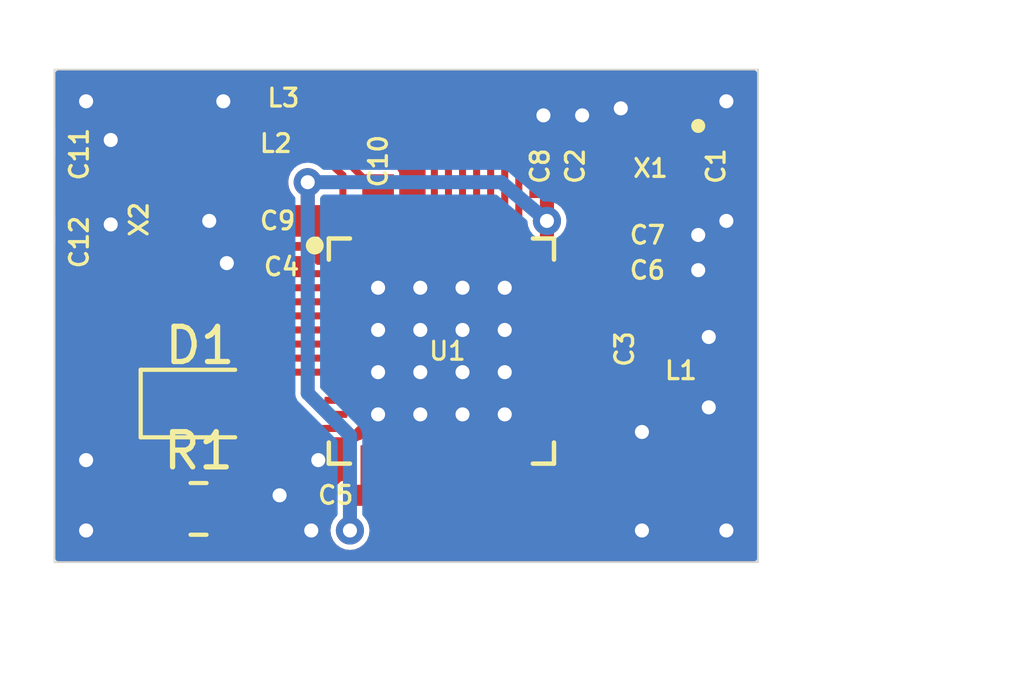
<source format=kicad_pcb>
(kicad_pcb (version 20221018) (generator pcbnew)
  (layers (0 "F.Cu" signal) (31 "B.Cu" signal) (34 "B.Paste" user) (35 "F.Paste" user) (36 "B.SilkS" user "B.Silkscreen") (37 "F.SilkS" user "F.Silkscreen") (38 "B.Mask" user) (39 "F.Mask" user) (44 "Edge.Cuts" user))
  (net 0 "")
  (net 1 "GND")
  (net 2 "Net-(U1-XC1@34)")
  (net 3 "Net-(U1-XC2@35)")
  (net 4 "Net-(U1-ANT@30)")
  (net 5 "/DEC1")
  (net 6 "VCC")
  (net 7 "/DEC2")
  (net 8 "/DEC3")
  (net 9 "/DEC4")
  (net 10 "/P0.00{slash}XL1")
  (net 11 "/P0.01{slash}XL2")
  (net 12 "/RF")
  (net 13 "Net-(L2-Pad2)")
  (net 14 "Net-(U1-DCC@47)")
  (net 16 "/P0.31")
  (net 17 "/P0.30")
  (net 18 "/P0.29")
  (net 19 "/P0.28")
  (net 20 "/P0.27")
  (net 21 "/P0.26")
  (net 22 "/P0.25")
  (net 23 "/P0.24")
  (net 24 "/P0.23")
  (net 25 "/P0.22")
  (net 26 "/SWDIO")
  (net 27 "/SWDCLK")
  (net 28 "/P0.21{slash}RESET")
  (net 29 "/P0.20")
  (net 30 "/P0.19")
  (net 31 "/P0.18{slash}SWO")
  (net 32 "/P0.17")
  (net 33 "/P0.16")
  (net 34 "/P0.15")
  (net 35 "/P0.14")
  (net 36 "/P0.13")
  (net 37 "/P0.12")
  (net 38 "/P0.11")
  (net 39 "/P0.10")
  (net 40 "/P0.09")
  (net 41 "/P0.08")
  (net 42 "/P0.07")
  (net 43 "/P0.06")
  (net 44 "/P0.05")
  (net 45 "/P0.04")
  (net 46 "/P0.03")
  (net 47 "/P0.02")
  (net 48 "Net-(D1-A)")
  (footprint "nRF52832_qfaa_dcdc:RESC0402_N" (layer "F.Cu") (at 144.9011 98.8036)
    (fp_text reference "L3" (at -0.4 0.3) (layer "F.SilkS") (effects (font (size 0.506528 0.506528) (thickness 0.093472)) (justify left bottom)))
    (fp_text value "15nH")
    (pad "1" smd rect (at -0.55 0) (size 0.6 0.6) (layers "F.Cu" "F.Paste" "F.Mask") (net 13 "Net-(L2-Pad2)"))
    (pad "2" smd rect (at 0.55 0) (size 0.6 0.6) (layers "F.Cu" "F.Paste" "F.Mask") (net 9 "/DEC4"))
  )
  (footprint "nRF52832_qfaa_dcdc:RESC0402_N" (layer "F.Cu") (at 156.3011 106.5536)
    (fp_text reference "L1" (at -0.5 0.3) (layer "F.SilkS") (effects (font (size 0.506528 0.506528) (thickness 0.093472)) (justify left bottom)))
    (fp_text value "3.9nH")
    (pad "1" smd rect (at -0.55 0) (size 0.6 0.6) (layers "F.Cu" "F.Paste" "F.Mask") (net 4 "Net-(U1-ANT@30)"))
    (pad "2" smd rect (at 0.55 0) (size 0.6 0.6) (layers "F.Cu" "F.Paste" "F.Mask") (net 12 "/RF"))
  )
  (footprint "nRF52832_qfaa_dcdc:RESC0402_N" (layer "F.Cu") (at 153.3011 100.8036 90)
    (fp_text reference "C2" (at -0.5 0.3 90) (layer "F.SilkS") (effects (font (size 0.506528 0.506528) (thickness 0.093472)) (justify left bottom)))
    (fp_text value "12pF")
    (pad "1" smd rect (at -0.55 0 90) (size 0.6 0.6) (layers "F.Cu" "F.Paste" "F.Mask") (net 3 "Net-(U1-XC2@35)"))
    (pad "2" smd rect (at 0.55 0 90) (size 0.6 0.6) (layers "F.Cu" "F.Paste" "F.Mask") (net 1 "GND"))
  )
  (footprint "nRF52832_qfaa_dcdc:RESC0402_N" (layer "F.Cu") (at 155.3011 103.7036)
    (fp_text reference "C6" (at -0.5 0.3) (layer "F.SilkS") (effects (font (size 0.506528 0.506528) (thickness 0.093472)) (justify left bottom)))
    (fp_text value "N.M.")
    (pad "1" smd rect (at -0.55 0) (size 0.6 0.6) (layers "F.Cu" "F.Paste" "F.Mask") (net 7 "/DEC2"))
    (pad "2" smd rect (at 0.55 0) (size 0.6 0.6) (layers "F.Cu" "F.Paste" "F.Mask") (net 1 "GND"))
  )
  (footprint "nRF52832_qfaa_dcdc:RESC0603_N" (layer "F.Cu") (at 144.9011 100.1036 180)
    (fp_text reference "L2" (at -0.4 0.3) (layer "F.SilkS") (effects (font (size 0.506528 0.506528) (thickness 0.093472)) (justify right top)))
    (fp_text value "10µH")
    (pad "1" smd rect (at -0.8 0 180) (size 1.05 0.9) (layers "F.Cu" "F.Paste" "F.Mask") (net 14 "Net-(U1-DCC@47)"))
    (pad "2" smd rect (at 0.8 0 180) (size 1.05 0.9) (layers "F.Cu" "F.Paste" "F.Mask") (net 13 "Net-(L2-Pad2)"))
  )
  (footprint "nRF52832_qfaa_dcdc:QFN40P600X600X90-48_N" (layer "F.Cu") (at 149.5011 106.0036)
    (fp_text reference "U1" (at -0.4 0.3) (layer "F.SilkS") (effects (font (size 0.512967 0.512967) (thickness 0.087033)) (justify left bottom)))
    (fp_text value "NRF52832")
    (fp_line (start -3.2 -3.2) (end -3.2 -2.6) (stroke (width 0.127)) (layer "F.SilkS"))
    (fp_line (start -3.2 2.6) (end -3.2 3.2) (stroke (width 0.127)) (layer "F.SilkS"))
    (fp_line (start -3.2 3.2) (end -2.6 3.2) (stroke (width 0.127)) (layer "F.SilkS"))
    (fp_line (start -2.6 -3.2) (end -3.2 -3.2) (stroke (width 0.127)) (layer "F.SilkS"))
    (fp_line (start 2.6 3.2) (end 3.2 3.2) (stroke (width 0.127)) (layer "F.SilkS"))
    (fp_line (start 3.2 -3.2) (end 2.6 -3.2) (stroke (width 0.127)) (layer "F.SilkS"))
    (fp_line (start 3.2 -2.6) (end 3.2 -3.2) (stroke (width 0.127)) (layer "F.SilkS"))
    (fp_line (start 3.2 3.2) (end 3.2 2.6) (stroke (width 0.127)) (layer "F.SilkS"))
    (fp_circle (center -3.6 -3) (end -3.473 -3) (stroke (width 0.254)) (fill solid) (layer "F.SilkS"))
    (pad "1" smd roundrect (at -3 -2.2) (size 0.65 0.2) (layers "F.Cu" "F.Paste" "F.Mask") (roundrect_rratio 0.15) (net 5 "/DEC1"))
    (pad "2" smd roundrect (at -3 -1.8) (size 0.65 0.2) (layers "F.Cu" "F.Paste" "F.Mask") (roundrect_rratio 0.15) (net 10 "/P0.00{slash}XL1"))
    (pad "3" smd roundrect (at -3 -1.4) (size 0.65 0.2) (layers "F.Cu" "F.Paste" "F.Mask") (roundrect_rratio 0.15) (net 11 "/P0.01{slash}XL2"))
    (pad "4" smd roundrect (at -3 -1) (size 0.65 0.2) (layers "F.Cu" "F.Paste" "F.Mask") (roundrect_rratio 0.15) (net 47 "/P0.02"))
    (pad "5" smd roundrect (at -3 -0.6) (size 0.65 0.2) (layers "F.Cu" "F.Paste" "F.Mask") (roundrect_rratio 0.15) (net 46 "/P0.03"))
    (pad "6" smd roundrect (at -3 -0.2) (size 0.65 0.2) (layers "F.Cu" "F.Paste" "F.Mask") (roundrect_rratio 0.15) (net 45 "/P0.04"))
    (pad "7" smd roundrect (at -3 0.2) (size 0.65 0.2) (layers "F.Cu" "F.Paste" "F.Mask") (roundrect_rratio 0.15) (net 44 "/P0.05"))
    (pad "8" smd roundrect (at -3 0.6) (size 0.65 0.2) (layers "F.Cu" "F.Paste" "F.Mask") (roundrect_rratio 0.15) (net 43 "/P0.06"))
    (pad "9" smd roundrect (at -3 1) (size 0.65 0.2) (layers "F.Cu" "F.Paste" "F.Mask") (roundrect_rratio 0.15) (net 42 "/P0.07"))
    (pad "10" smd roundrect (at -3 1.4) (size 0.65 0.2) (layers "F.Cu" "F.Paste" "F.Mask") (roundrect_rratio 0.15) (net 41 "/P0.08"))
    (pad "11" smd roundrect (at -3 1.8) (size 0.65 0.2) (layers "F.Cu" "F.Paste" "F.Mask") (roundrect_rratio 0.15) (net 40 "/P0.09"))
    (pad "12" smd roundrect (at -3 2.2) (size 0.65 0.2) (layers "F.Cu" "F.Paste" "F.Mask") (roundrect_rratio 0.15) (net 39 "/P0.10"))
    (pad "13" smd roundrect (at -2.2 3 90) (size 0.65 0.2) (layers "F.Cu" "F.Paste" "F.Mask") (roundrect_rratio 0.15) (net 6 "VCC"))
    (pad "14" smd roundrect (at -1.8 3 90) (size 0.65 0.2) (layers "F.Cu" "F.Paste" "F.Mask") (roundrect_rratio 0.15) (net 38 "/P0.11"))
    (pad "15" smd roundrect (at -1.4 3 90) (size 0.65 0.2) (layers "F.Cu" "F.Paste" "F.Mask") (roundrect_rratio 0.15) (net 37 "/P0.12"))
    (pad "16" smd roundrect (at -1 3 90) (size 0.65 0.2) (layers "F.Cu" "F.Paste" "F.Mask") (roundrect_rratio 0.15) (net 36 "/P0.13"))
    (pad "17" smd roundrect (at -0.6 3 90) (size 0.65 0.2) (layers "F.Cu" "F.Paste" "F.Mask") (roundrect_rratio 0.15) (net 35 "/P0.14"))
    (pad "18" smd roundrect (at -0.2 3 90) (size 0.65 0.2) (layers "F.Cu" "F.Paste" "F.Mask") (roundrect_rratio 0.15) (net 34 "/P0.15"))
    (pad "19" smd roundrect (at 0.2 3 90) (size 0.65 0.2) (layers "F.Cu" "F.Paste" "F.Mask") (roundrect_rratio 0.15) (net 33 "/P0.16"))
    (pad "20" smd roundrect (at 0.6 3 90) (size 0.65 0.2) (layers "F.Cu" "F.Paste" "F.Mask") (roundrect_rratio 0.15) (net 32 "/P0.17"))
    (pad "21" smd roundrect (at 1 3 90) (size 0.65 0.2) (layers "F.Cu" "F.Paste" "F.Mask") (roundrect_rratio 0.15) (net 31 "/P0.18{slash}SWO"))
    (pad "22" smd roundrect (at 1.4 3 90) (size 0.65 0.2) (layers "F.Cu" "F.Paste" "F.Mask") (roundrect_rratio 0.15) (net 30 "/P0.19"))
    (pad "23" smd roundrect (at 1.8 3 90) (size 0.65 0.2) (layers "F.Cu" "F.Paste" "F.Mask") (roundrect_rratio 0.15) (net 29 "/P0.20"))
    (pad "24" smd roundrect (at 2.2 3 90) (size 0.65 0.2) (layers "F.Cu" "F.Paste" "F.Mask") (roundrect_rratio 0.15) (net 28 "/P0.21{slash}RESET"))
    (pad "25" smd roundrect (at 3 2.2 180) (size 0.65 0.2) (layers "F.Cu" "F.Paste" "F.Mask") (roundrect_rratio 0.15) (net 27 "/SWDCLK"))
    (pad "26" smd roundrect (at 3 1.8 180) (size 0.65 0.2) (layers "F.Cu" "F.Paste" "F.Mask") (roundrect_rratio 0.15) (net 26 "/SWDIO"))
    (pad "27" smd roundrect (at 3 1.4 180) (size 0.65 0.2) (layers "F.Cu" "F.Paste" "F.Mask") (roundrect_rratio 0.15) (net 25 "/P0.22"))
    (pad "28" smd roundrect (at 3 1 180) (size 0.65 0.2) (layers "F.Cu" "F.Paste" "F.Mask") (roundrect_rratio 0.15) (net 24 "/P0.23"))
    (pad "29" smd roundrect (at 3 0.6 180) (size 0.65 0.2) (layers "F.Cu" "F.Paste" "F.Mask") (roundrect_rratio 0.15) (net 23 "/P0.24"))
    (pad "30" smd roundrect (at 3 0.2 180) (size 0.65 0.2) (layers "F.Cu" "F.Paste" "F.Mask") (roundrect_rratio 0.15) (net 4 "Net-(U1-ANT@30)"))
    (pad "31" smd roundrect (at 3 -0.2 180) (size 0.65 0.2) (layers "F.Cu" "F.Paste" "F.Mask") (roundrect_rratio 0.15) (net 1 "GND"))
    (pad "32" smd roundrect (at 3 -0.6 180) (size 0.65 0.2) (layers "F.Cu" "F.Paste" "F.Mask") (roundrect_rratio 0.15) (net 7 "/DEC2"))
    (pad "33" smd roundrect (at 3 -1 180) (size 0.65 0.2) (layers "F.Cu" "F.Paste" "F.Mask") (roundrect_rratio 0.15) (net 8 "/DEC3"))
    (pad "34" smd roundrect (at 3 -1.4 180) (size 0.65 0.2) (layers "F.Cu" "F.Paste" "F.Mask") (roundrect_rratio 0.15) (net 2 "Net-(U1-XC1@34)"))
    (pad "35" smd roundrect (at 3 -1.8 180) (size 0.65 0.2) (layers "F.Cu" "F.Paste" "F.Mask") (roundrect_rratio 0.15) (net 3 "Net-(U1-XC2@35)"))
    (pad "36" smd roundrect (at 3 -2.2 180) (size 0.65 0.2) (layers "F.Cu" "F.Paste" "F.Mask") (roundrect_rratio 0.15) (net 6 "VCC"))
    (pad "37" smd roundrect (at 2.2 -3 270) (size 0.65 0.2) (layers "F.Cu" "F.Paste" "F.Mask") (roundrect_rratio 0.15) (net 22 "/P0.25"))
    (pad "38" smd roundrect (at 1.8 -3 270) (size 0.65 0.2) (layers "F.Cu" "F.Paste" "F.Mask") (roundrect_rratio 0.15) (net 21 "/P0.26"))
    (pad "39" smd roundrect (at 1.4 -3 270) (size 0.65 0.2) (layers "F.Cu" "F.Paste" "F.Mask") (roundrect_rratio 0.15) (net 20 "/P0.27"))
    (pad "40" smd roundrect (at 1 -3 270) (size 0.65 0.2) (layers "F.Cu" "F.Paste" "F.Mask") (roundrect_rratio 0.15) (net 19 "/P0.28"))
    (pad "41" smd roundrect (at 0.6 -3 270) (size 0.65 0.2) (layers "F.Cu" "F.Paste" "F.Mask") (roundrect_rratio 0.15) (net 18 "/P0.29"))
    (pad "42" smd roundrect (at 0.2 -3 270) (size 0.65 0.2) (layers "F.Cu" "F.Paste" "F.Mask") (roundrect_rratio 0.15) (net 17 "/P0.30"))
    (pad "43" smd roundrect (at -0.2 -3 270) (size 0.65 0.2) (layers "F.Cu" "F.Paste" "F.Mask") (roundrect_rratio 0.15) (net 16 "/P0.31"))
    (pad "44" smd roundrect (at -0.6 -3 270) (size 0.65 0.2) (layers "F.Cu" "F.Paste" "F.Mask") (roundrect_rratio 0.15))
    (pad "45" smd roundrect (at -1 -3 270) (size 0.65 0.2) (layers "F.Cu" "F.Paste" "F.Mask") (roundrect_rratio 0.15) (net 1 "GND"))
    (pad "46" smd roundrect (at -1.4 -3 270) (size 0.65 0.2) (layers "F.Cu" "F.Paste" "F.Mask") (roundrect_rratio 0.15) (net 9 "/DEC4"))
    (pad "47" smd roundrect (at -1.8 -3 270) (size 0.65 0.2) (layers "F.Cu" "F.Paste" "F.Mask") (roundrect_rratio 0.15) (net 14 "Net-(U1-DCC@47)"))
    (pad "48" smd roundrect (at -2.2 -3 270) (size 0.65 0.2) (layers "F.Cu" "F.Paste" "F.Mask") (roundrect_rratio 0.15) (net 6 "VCC"))
    (pad "PAD" smd rect (at 0 0 270) (size 4.7 4.7) (layers "F.Cu" "F.Paste" "F.Mask") (net 1 "GND"))
    (pad "PAD@VIA01" thru_hole circle (at -1.8 -1.8 180) (size 0.908 0.908) (drill 0.4) (layers "*.Cu" "*.Mask") (net 1 "GND"))
    (pad "PAD@VIA02" thru_hole circle (at -1.8 -0.6 90) (size 0.908 0.908) (drill 0.4) (layers "*.Cu" "*.Mask") (net 1 "GND"))
    (pad "PAD@VIA03" thru_hole circle (at -1.8 0.6 90) (size 0.908 0.908) (drill 0.4) (layers "*.Cu" "*.Mask") (net 1 "GND"))
    (pad "PAD@VIA04" thru_hole circle (at -1.8 1.8 90) (size 0.908 0.908) (drill 0.4) (layers "*.Cu" "*.Mask") (net 1 "GND"))
    (pad "PAD@VIA05" thru_hole circle (at -0.6 -1.8 90) (size 0.908 0.908) (drill 0.4) (layers "*.Cu" "*.Mask") (net 1 "GND"))
    (pad "PAD@VIA06" thru_hole circle (at -0.6 -0.6 90) (size 0.908 0.908) (drill 0.4) (layers "*.Cu" "*.Mask") (net 1 "GND"))
    (pad "PAD@VIA07" thru_hole circle (at -0.6 0.6 90) (size 0.908 0.908) (drill 0.4) (layers "*.Cu" "*.Mask") (net 1 "GND"))
    (pad "PAD@VIA08" thru_hole circle (at -0.6 1.8 90) (size 0.908 0.908) (drill 0.4) (layers "*.Cu" "*.Mask") (net 1 "GND"))
    (pad "PAD@VIA09" thru_hole circle (at 0.6 -1.8 90) (size 0.908 0.908) (drill 0.4) (layers "*.Cu" "*.Mask") (net 1 "GND"))
    (pad "PAD@VIA10" thru_hole circle (at 0.6 -0.6 90) (size 0.908 0.908) (drill 0.4) (layers "*.Cu" "*.Mask") (net 1 "GND"))
    (pad "PAD@VIA11" thru_hole circle (at 0.6 0.6 90) (size 0.908 0.908) (drill 0.4) (layers "*.Cu" "*.Mask") (net 1 "GND"))
    (pad "PAD@VIA12" thru_hole circle (at 0.6 1.8 90) (size 0.908 0.908) (drill 0.4) (layers "*.Cu" "*.Mask") (net 1 "GND"))
    (pad "PAD@VIA13" thru_hole circle (at 1.8 -1.8 90) (size 0.908 0.908) (drill 0.4) (layers "*.Cu" "*.Mask") (net 1 "GND"))
    (pad "PAD@VIA14" thru_hole circle (at 1.8 -0.6 90) (size 0.908 0.908) (drill 0.4) (layers "*.Cu" "*.Mask") (net 1 "GND"))
    (pad "PAD@VIA15" thru_hole circle (at 1.8 0.6 90) (size 0.908 0.908) (drill 0.4) (layers "*.Cu" "*.Mask") (net 1 "GND"))
    (pad "PAD@VIA16" thru_hole circle (at 1.8 1.8 90) (size 0.908 0.908) (drill 0.4) (layers "*.Cu" "*.Mask") (net 1 "GND"))
  )
  (footprint "nRF52832_qfaa_dcdc:RESC0603_N" (layer "F.Cu") (at 147.7011 100.7036 90)
    (fp_text reference "C10" (at -0.7 0.3 90) (layer "F.SilkS") (effects (font (size 0.506528 0.506528) (thickness 0.093472)) (justify left bottom)))
    (fp_text value "1.0µF")
    (pad "1" smd rect (at -0.8 0 90) (size 1.05 0.9) (layers "F.Cu" "F.Paste" "F.Mask") (net 9 "/DEC4"))
    (pad "2" smd rect (at 0.8 0 90) (size 1.05 0.9) (layers "F.Cu" "F.Paste" "F.Mask") (net 1 "GND"))
  )
  (footprint "nRF52832_qfaa_dcdc:RESC0402_N" (layer "F.Cu") (at 152.3011 100.8036 90)
    (fp_text reference "C8" (at -0.5 0.3 90) (layer "F.SilkS") (effects (font (size 0.506528 0.506528) (thickness 0.093472)) (justify left bottom)))
    (fp_text value "100nF")
    (pad "1" smd rect (at -0.55 0 90) (size 0.6 0.6) (layers "F.Cu" "F.Paste" "F.Mask") (net 6 "VCC"))
    (pad "2" smd rect (at 0.55 0 90) (size 0.6 0.6) (layers "F.Cu" "F.Paste" "F.Mask") (net 1 "GND"))
  )
  (footprint "nRF52832_qfaa_dcdc:RESC0402_N" (layer "F.Cu") (at 155.3011 102.7036)
    (fp_text reference "C7" (at -0.5 0.3) (layer "F.SilkS") (effects (font (size 0.506528 0.506528) (thickness 0.093472)) (justify left bottom)))
    (fp_text value "100pF")
    (pad "1" smd rect (at -0.55 0) (size 0.6 0.6) (layers "F.Cu" "F.Paste" "F.Mask") (net 8 "/DEC3"))
    (pad "2" smd rect (at 0.55 0) (size 0.6 0.6) (layers "F.Cu" "F.Paste" "F.Mask") (net 1 "GND"))
  )
  (footprint "Resistor_SMD:R_0805_2012Metric" (layer "F.Cu") (at 142.5975 110.49)
    (fp_text reference "R1" (at 0 -1.65) (layer "F.SilkS"))
    (fp_text value "330")
    (fp_line (start -0.227064 -0.735) (end 0.227064 -0.735) (stroke (width 0.12)) (layer "F.SilkS"))
    (fp_line (start -0.227064 0.735) (end 0.227064 0.735) (stroke (width 0.12)) (layer "F.SilkS"))
    (pad "1" smd roundrect (at -0.9125 0) (size 1.025 1.4) (layers "F.Cu" "F.Paste" "F.Mask") (roundrect_rratio 0.243902439) (net 48 "Net-(D1-A)"))
    (pad "2" smd roundrect (at 0.9125 0) (size 1.025 1.4) (layers "F.Cu" "F.Paste" "F.Mask") (roundrect_rratio 0.243902439) (net 39 "/P0.10"))
  )
  (footprint "nRF52832_qfaa_dcdc:RESC0402_N" (layer "F.Cu") (at 144.9011 103.6036 180)
    (fp_text reference "C4" (at 0.5 -0.3) (layer "F.SilkS") (effects (font (size 0.506528 0.506528) (thickness 0.093472)) (justify left bottom)))
    (fp_text value "100nF")
    (pad "1" smd rect (at -0.55 0 180) (size 0.6 0.6) (layers "F.Cu" "F.Paste" "F.Mask") (net 5 "/DEC1"))
    (pad "2" smd rect (at 0.55 0 180) (size 0.6 0.6) (layers "F.Cu" "F.Paste" "F.Mask") (net 1 "GND"))
  )
  (footprint "nRF52832_qfaa_dcdc:RESC0402_N" (layer "F.Cu") (at 154.7011 106.0036 90)
    (fp_text reference "C3" (at -0.5 0.3 90) (layer "F.SilkS") (effects (font (size 0.506528 0.506528) (thickness 0.093472)) (justify left bottom)))
    (fp_text value "0.8pF")
    (pad "1" smd rect (at -0.55 0 90) (size 0.6 0.6) (layers "F.Cu" "F.Paste" "F.Mask") (net 4 "Net-(U1-ANT@30)"))
    (pad "2" smd rect (at 0.55 0 90) (size 0.6 0.6) (layers "F.Cu" "F.Paste" "F.Mask") (net 1 "GND"))
  )
  (footprint "nRF52832_qfaa_dcdc:XTAL_3215_N" (layer "F.Cu") (at 140.9011 102.4036 -90)
    (fp_text reference "X2" (at 0.4 -0.3 90) (layer "F.SilkS") (effects (font (size 0.506528 0.506528) (thickness 0.093472)) (justify left bottom)))
    (fp_text value "32.768kHz")
    (pad "1" smd rect (at -1.25 0 270) (size 1 1.8) (layers "F.Cu" "F.Paste" "F.Mask") (net 10 "/P0.00{slash}XL1"))
    (pad "2" smd rect (at 1.25 0 270) (size 1 1.8) (layers "F.Cu" "F.Paste" "F.Mask") (net 11 "/P0.01{slash}XL2"))
  )
  (footprint "nRF52832_qfaa_dcdc:BT-XTAL_2016_N" (layer "F.Cu") (at 155.3011 100.8036 180)
    (fp_text reference "X1" (at 0.4 -0.3) (layer "F.SilkS") (effects (font (size 0.506528 0.506528) (thickness 0.093472)) (justify left bottom)))
    (fp_text value "32MHz")
    (fp_circle (center -1.5 1.2) (end -1.4 1.2) (stroke (width 0.2)) (fill none) (layer "F.SilkS"))
    (pad "1" smd rect (at -0.725 0.575 180) (size 0.95 0.85) (layers "F.Cu" "F.Paste" "F.Mask") (net 2 "Net-(U1-XC1@34)"))
    (pad "2" smd rect (at 0.725 0.575 180) (size 0.95 0.85) (layers "F.Cu" "F.Paste" "F.Mask") (net 1 "GND"))
    (pad "3" smd rect (at 0.725 -0.575 180) (size 0.95 0.85) (layers "F.Cu" "F.Paste" "F.Mask") (net 3 "Net-(U1-XC2@35)"))
    (pad "4" smd rect (at -0.725 -0.575 180) (size 0.95 0.85) (layers "F.Cu" "F.Paste" "F.Mask") (net 1 "GND"))
  )
  (footprint "nRF52832_qfaa_dcdc:RESC0402_N" (layer "F.Cu") (at 139.2011 103.1036 -90)
    (fp_text reference "C12" (at 0.6 -0.3 90) (layer "F.SilkS") (effects (font (size 0.506528 0.506528) (thickness 0.093472)) (justify left bottom)))
    (fp_text value "12pF")
    (pad "1" smd rect (at -0.55 0 270) (size 0.6 0.6) (layers "F.Cu" "F.Paste" "F.Mask") (net 1 "GND"))
    (pad "2" smd rect (at 0.55 0 270) (size 0.6 0.6) (layers "F.Cu" "F.Paste" "F.Mask") (net 11 "/P0.01{slash}XL2"))
  )
  (footprint "nRF52832_qfaa_dcdc:RESC0402_N" (layer "F.Cu") (at 157.3011 100.8036 -90)
    (fp_text reference "C1" (at 0.5 -0.3 90) (layer "F.SilkS") (effects (font (size 0.506528 0.506528) (thickness 0.093472)) (justify left bottom)))
    (fp_text value "12pF")
    (pad "1" smd rect (at -0.55 0 270) (size 0.6 0.6) (layers "F.Cu" "F.Paste" "F.Mask") (net 2 "Net-(U1-XC1@34)"))
    (pad "2" smd rect (at 0.55 0 270) (size 0.6 0.6) (layers "F.Cu" "F.Paste" "F.Mask") (net 1 "GND"))
  )
  (footprint "nRF52832_qfaa_dcdc:RESC0402_N" (layer "F.Cu") (at 139.2011 100.6036 -90)
    (fp_text reference "C11" (at 0.6 -0.3 90) (layer "F.SilkS") (effects (font (size 0.506528 0.506528) (thickness 0.093472)) (justify left bottom)))
    (fp_text value "12pF")
    (pad "1" smd rect (at -0.55 0 270) (size 0.6 0.6) (layers "F.Cu" "F.Paste" "F.Mask") (net 1 "GND"))
    (pad "2" smd rect (at 0.55 0 270) (size 0.6 0.6) (layers "F.Cu" "F.Paste" "F.Mask") (net 10 "/P0.00{slash}XL1"))
  )
  (footprint "nRF52832_qfaa_dcdc:RESC0402_N" (layer "F.Cu") (at 146.5511 110.1036 180)
    (fp_text reference "C5" (at -0.500003 0.300003) (layer "F.SilkS") (effects (font (size 0.506528 0.506528) (thickness 0.093472)) (justify right top)))
    (fp_text value "100nF")
    (pad "1" smd rect (at -0.55 0 180) (size 0.6 0.6) (layers "F.Cu" "F.Paste" "F.Mask") (net 6 "VCC"))
    (pad "2" smd rect (at 0.55 0 180) (size 0.6 0.6) (layers "F.Cu" "F.Paste" "F.Mask") (net 1 "GND"))
  )
  (footprint "Diode_SMD:D_0805_2012Metric" (layer "F.Cu") (at 142.6375 107.495)
    (fp_text reference "D1" (at 0 -1.65) (layer "F.SilkS"))
    (fp_text value "LED")
    (fp_line (start -1.685 -0.96) (end -1.685 0.96) (stroke (width 0.12)) (layer "F.SilkS"))
    (fp_line (start -1.685 0.96) (end 1 0.96) (stroke (width 0.12)) (layer "F.SilkS"))
    (fp_line (start 1 -0.96) (end -1.685 -0.96) (stroke (width 0.12)) (layer "F.SilkS"))
    (pad "1" smd roundrect (at -0.9375 0) (size 0.975 1.4) (layers "F.Cu" "F.Paste" "F.Mask") (net 1 "GND"))
    (pad "2" smd roundrect (at 0.9375 0) (size 0.975 1.4) (layers "F.Cu" "F.Paste" "F.Mask") (net 48 "Net-(D1-A)"))
  )
  (footprint "nRF52832_qfaa_dcdc:RESC0603_N" (layer "F.Cu") (at 144.9011 102.3036 180)
    (fp_text reference "C9" (at -0.5 0.3) (layer "F.SilkS") (effects (font (size 0.506528 0.506528) (thickness 0.093472)) (justify right top)))
    (fp_text value "4.7µF")
    (pad "1" smd rect (at -0.8 0 180) (size 1.05 0.9) (layers "F.Cu" "F.Paste" "F.Mask") (net 6 "VCC"))
    (pad "2" smd rect (at 0.8 0 180) (size 1.05 0.9) (layers "F.Cu" "F.Paste" "F.Mask") (net 1 "GND"))
  )
  (gr_line (start 138.5011 112.0036) (end 158.5011 112.0036) (stroke (width 0.05)) (layer "Edge.Cuts"))
  (gr_line (start 138.5011 98.0036) (end 138.5011 112.0036) (stroke (width 0.05)) (layer "Edge.Cuts"))
  (gr_line (start 158.5011 98.0036) (end 138.5011 98.0036) (stroke (width 0.05)) (layer "Edge.Cuts"))
  (gr_line (start 158.5011 112.0036) (end 158.5011 98.0036) (stroke (width 0.05)) (layer "Edge.Cuts"))
  (segment (start 148.9011 105.4036) (end 150.1011 105.4036) (width 0.2) (layer "F.Cu") (net 1))
  (segment (start 151.3511 105.8136) (end 151.3511 105.8136) (width 0.2) (layer "F.Cu") (net 1))
  (segment (start 151.3511 106.2136) (end 151.3511 106.2136) (width 0.2) (layer "F.Cu") (net 1))
  (segment (start 154.5511 100.2536) (end 154.5761 100.2286) (width 0.2) (layer "F.Cu") (net 1))
  (segment (start 151.276784 105.727209) (end 151.241186 105.618955) (width 0.2) (layer "F.Cu") (net 1))
  (segment (start 148.9011 106.6036) (end 150.1011 106.6036) (width 0.2) (layer "F.Cu") (net 1))
  (segment (start 153.3011 100.2536) (end 154.5511 100.2536) (width 0.2) (layer "F.Cu") (net 1))
  (segment (start 151.3011 106.6036) (end 151.3011 107.8036) (width 0.2) (layer "F.Cu") (net 1))
  (segment (start 148.981485 105.7036) (end 149.076836 105.827864) (width 0.2) (layer "F.Cu") (net 1))
  (segment (start 151.3011 107.8036) (end 150.1011 107.8036) (width 0.2) (layer "F.Cu") (net 1))
  (segment (start 147.7011 106.6036) (end 148.9011 106.6036) (width 0.2) (layer "F.Cu") (net 1))
  (segment (start 149.076836 105.827864) (end 149.2011 105.923215) (width 0.2) (layer "F.Cu") (net 1))
  (segment (start 147.7011 107.8036) (end 147.7011 106.6036) (width 0.2) (layer "F.Cu") (net 1))
  (segment (start 147.7011 105.4036) (end 148.9011 105.4036) (width 0.2) (layer "F.Cu") (net 1))
  (segment (start 150.1011 106.6036) (end 151.3011 106.6036) (width 0.2) (layer "F.Cu") (net 1))
  (segment (start 148.5511 104.0136) (end 148.602267 104.110835) (width 0.2) (layer "F.Cu") (net 1))
  (segment (start 152.5011 105.8036) (end 151.3511 105.8136) (width 0.2) (layer "F.Cu") (net 1))
  (segment (start 157.3011 101.3536) (end 156.0511 101.3536) (width 0.2) (layer "F.Cu") (net 1))
  (segment (start 148.5011 103.0036) (end 148.5011 104.2036) (width 0.2) (layer "F.Cu") (net 1))
  (segment (start 144.3511 102.5536) (end 144.1011 102.3036) (width 0.2) (layer "F.Cu") (net 1))
  (segment (start 151.406872 106.418955) (end 151.3011 106.6036) (width 0.2) (layer "F.Cu") (net 1))
  (segment (start 151.39941 106.310731) (end 151.406872 106.418955) (width 0.2) (layer "F.Cu") (net 1))
  (segment (start 151.241186 105.618955) (end 151.3011 105.4036) (width 0.2) (layer "F.Cu") (net 1))
  (segment (start 148.5511 104.0136) (end 148.5511 104.0136) (width 0.2) (layer "F.Cu") (net 1))
  (segment (start 151.3011 104.2036) (end 151.3011 105.4036) (width 0.2) (layer "F.Cu") (net 1))
  (segment (start 154.3511 105.8036) (end 154.7011 105.4536) (width 0.2) (layer "F.Cu") (net 1))
  (segment (start 149.345809 105.983155) (end 149.5011 106.0036) (width 0.2) (layer "F.Cu") (net 1))
  (segment (start 147.7011 104.2036) (end 148.5011 104.2036) (width 0.2) (layer "F.Cu") (net 1))
  (segment (start 149.2011 105.923215) (end 149.345809 105.983155) (width 0.2) (layer "F.Cu") (net 1))
  (segment (start 148.9011 105.4036) (end 148.9011 105.4036) (width 0.2) (layer "F.Cu") (net 1))
  (segment (start 150.1011 104.2036) (end 151.3011 104.2036) (width 0.2) (layer "F.Cu") (net 1))
  (segment (start 148.602267 104.110835) (end 148.68675 104.181087) (width 0.2) (layer "F.Cu") (net 1))
  (segment (start 141.7 107.495) (end 140.0914 109.1036) (width 0.2) (layer "F.Cu") (net 1))
  (segment (start 148.921545 105.558891) (end 148.981485 105.7036) (width 0.2) (layer "F.Cu") (net 1))
  (segment (start 150.1011 105.4036) (end 151.3011 105.4036) (width 0.2) (layer "F.Cu") (net 1))
  (segment (start 148.9011 104.2036) (end 150.1011 104.2036) (width 0.2) (layer "F.Cu") (net 1))
  (segment (start 156.0511 101.3536) (end 156.0261 101.3786) (width 0.2) (layer "F.Cu") (net 1))
  (segment (start 151.3511 106.2136) (end 151.39941 106.310731) (width 0.2) (layer "F.Cu") (net 1))
  (segment (start 148.9011 105.4036) (end 148.921545 105.558891) (width 0.2) (layer "F.Cu") (net 1))
  (segment (start 140.0914 109.1036) (end 139.4011 109.1036) (width 0.2) (layer "F.Cu") (net 1))
  (segment (start 147.7011 107.8036) (end 148.9011 107.8036) (width 0.2) (layer "F.Cu") (net 1))
  (segment (start 148.68675 104.181087) (end 148.9011 104.2036) (width 0.2) (layer "F.Cu") (net 1))
  (segment (start 152.5011 105.8036) (end 154.3511 105.8036) (width 0.2) (layer "F.Cu") (net 1))
  (segment (start 151.3511 105.8136) (end 151.276784 105.727209) (width 0.2) (layer "F.Cu") (net 1))
  (segment (start 151.3511 105.8136) (end 151.3511 106.2136) (width 0.2) (layer "F.Cu") (net 1))
  (segment (start 148.5011 104.2036) (end 148.9011 104.2036) (width 0.2) (layer "F.Cu") (net 1))
  (via (at 157.6011 98.9036) (size 0.8) (drill 0.4) (layers "F.Cu" "B.Cu") (net 1))
  (via (at 153.5011 99.3036) (size 0.8) (drill 0.4) (layers "F.Cu" "B.Cu") (net 1))
  (via (at 146.0011 109.1036) (size 0.8) (drill 0.4) (layers "F.Cu" "B.Cu") (net 1))
  (via (at 144.9011 110.1036) (size 0.8) (drill 0.4) (layers "F.Cu" "B.Cu") (net 1))
  (via (at 140.1011 100.0036) (size 0.8) (drill 0.4) (layers "F.Cu" "B.Cu") (net 1))
  (via (at 142.9011 102.3036) (size 0.8) (drill 0.4) (layers "F.Cu" "B.Cu") (net 1))
  (via (at 155.2011 108.3036) (size 0.8) (drill 0.4) (layers "F.Cu" "B.Cu") (net 1))
  (via (at 154.6011 99.1036) (size 0.8) (drill 0.4) (layers "F.Cu" "B.Cu") (net 1))
  (via (at 139.4011 98.9036) (size 0.8) (drill 0.4) (layers "F.Cu" "B.Cu") (net 1))
  (via (at 157.1011 105.6036) (size 0.8) (drill 0.4) (layers "F.Cu" "B.Cu") (net 1))
  (via (at 145.8011 111.1036) (size 0.8) (drill 0.4) (layers "F.Cu" "B.Cu") (net 1))
  (via (at 139.4011 111.1036) (size 0.8) (drill 0.4) (layers "F.Cu" "B.Cu") (net 1))
  (via (at 143.4011 103.5036) (size 0.8) (drill 0.4) (layers "F.Cu" "B.Cu") (net 1))
  (via (at 152.4011 99.3036) (size 0.8) (drill 0.4) (layers "F.Cu" "B.Cu") (net 1))
  (via (at 157.6011 111.1036) (size 0.8) (drill 0.4) (layers "F.Cu" "B.Cu") (net 1))
  (via (at 143.3011 98.9036) (size 0.8) (drill 0.4) (layers "F.Cu" "B.Cu") (net 1))
  (via (at 156.8011 102.7036) (size 0.8) (drill 0.4) (layers "F.Cu" "B.Cu") (net 1))
  (via (at 157.1011 107.6036) (size 0.8) (drill 0.4) (layers "F.Cu" "B.Cu") (net 1))
  (via (at 139.4011 109.1036) (size 0.8) (drill 0.4) (layers "F.Cu" "B.Cu") (net 1))
  (via (at 156.8011 103.7036) (size 0.8) (drill 0.4) (layers "F.Cu" "B.Cu") (net 1))
  (via (at 157.6011 102.3036) (size 0.8) (drill 0.4) (layers "F.Cu" "B.Cu") (net 1))
  (via (at 140.1011 102.4036) (size 0.8) (drill 0.4) (layers "F.Cu" "B.Cu") (net 1))
  (via (at 155.2011 111.1036) (size 0.8) (drill 0.4) (layers "F.Cu" "B.Cu") (net 1))
  (segment (start 157.3011 100.2536) (end 156.0511 100.2536) (width 0.2) (layer "F.Cu") (net 2))
  (segment (start 152.5011 104.6036) (end 153.1011 104.6036) (width 0.2) (layer "F.Cu") (net 2))
  (segment (start 153.6011 102.8036) (end 154.3011 102.1036) (width 0.2) (layer "F.Cu") (net 2))
  (segment (start 155.3011 102.0036) (end 155.3011 100.8536) (width 0.15) (layer "F.Cu") (net 2))
  (segment (start 153.1011 104.6036) (end 153.5011 104.2036) (width 0.2) (layer "F.Cu") (net 2))
  (segment (start 154.3011 102.1036) (end 155.2011 102.1036) (width 0.2) (layer "F.Cu") (net 2))
  (segment (start 153.6011 103.3036) (end 153.6011 102.8036) (width 0.2) (layer "F.Cu") (net 2))
  (segment (start 153.5011 104.2036) (end 153.6011 104.1036) (width 0.2) (layer "F.Cu") (net 2))
  (segment (start 155.2011 102.1036) (end 155.3011 102.0036) (width 0.2) (layer "F.Cu") (net 2))
  (segment (start 155.3011 100.8536) (end 155.9261 100.2286) (width 0.15) (layer "F.Cu") (net 2))
  (segment (start 153.6011 104.1036) (end 153.6011 103.3036) (width 0.2) (layer "F.Cu") (net 2))
  (segment (start 155.9261 100.2286) (end 156.0261 100.2286) (width 0.15) (layer "F.Cu") (net 2))
  (segment (start 156.0511 100.2536) (end 156.0261 100.2286) (width 0.2) (layer "F.Cu") (net 2))
  (segment (start 153.2011 103.9036) (end 153.2011 103.1036) (width 0.2) (layer "F.Cu") (net 3))
  (segment (start 154.5011 101.3536) (end 154.5511 101.3536) (width 0.2) (layer "F.Cu") (net 3))
  (segment (start 153.2011 102.6536) (end 154.5011 101.3536) (width 0.2) (layer "F.Cu") (net 3))
  (segment (start 153.2011 103.1036) (end 153.2011 102.6536) (width 0.2) (layer "F.Cu") (net 3))
  (segment (start 152.9011 104.2036) (end 153.2011 103.9036) (width 0.2) (layer "F.Cu") (net 3))
  (segment (start 152.5011 104.2036) (end 152.9011 104.2036) (width 0.2) (layer "F.Cu") (net 3))
  (segment (start 153.3011 101.3536) (end 154.5011 101.3536) (width 0.2) (layer "F.Cu") (net 3))
  (segment (start 154.5511 101.3536) (end 154.5761 101.3786) (width 0.2) (layer "F.Cu") (net 3))
  (segment (start 154.7511 106.5536) (end 154.7011 106.5536) (width 0.2) (layer "F.Cu") (net 4))
  (segment (start 152.5011 106.2036) (end 154.3511 106.2036) (width 0.2) (layer "F.Cu") (net 4))
  (segment (start 155.7511 106.5536) (end 154.7511 106.5536) (width 0.6) (layer "F.Cu") (net 4))
  (segment (start 154.3511 106.2036) (end 154.7011 106.5536) (width 0.2) (layer "F.Cu") (net 4))
  (segment (start 145.6511 103.8036) (end 145.4511 103.6036) (width 0.2) (layer "F.Cu") (net 5))
  (segment (start 146.5011 103.8036) (end 145.6511 103.8036) (width 0.2) (layer "F.Cu") (net 5))
  (segment (start 152.5011 101.5536) (end 152.5011 102.3036) (width 0.4) (layer "F.Cu") (net 6))
  (segment (start 147.1011 110.1036) (end 146.9011 110.1036) (width 0.2) (layer "F.Cu") (net 6))
  (segment (start 152.5011 102.3036) (end 152.5011 103.7036) (width 0.4) (layer "F.Cu") (net 6))
  (segment (start 146.9011 110.1036) (end 146.9011 111.1036) (width 0.2) (layer "F.Cu") (net 6))
  (segment (start 147.3011 110.1036) (end 147.1011 110.1036) (width 0.2) (layer "F.Cu") (net 6))
  (segment (start 147.3011 103.0036) (end 146.4011 103.0036) (width 0.2) (layer "F.Cu") (net 6))
  (segment (start 152.3011 101.3536) (end 152.5011 101.5536) (width 0.4) (layer "F.Cu") (net 6))
  (segment (start 152.5011 103.8036) (end 152.5011 103.7036) (width 0.2) (layer "F.Cu") (net 6))
  (segment (start 147.3011 109.0036) (end 147.3011 110.1036) (width 0.2) (layer "F.Cu") (net 6))
  (segment (start 145.7011 101.2036) (end 145.7011 102.3036) (width 0.4) (layer "F.Cu") (net 6))
  (segment (start 146.4011 103.0036) (end 145.7011 102.3036) (width 0.2) (layer "F.Cu") (net 6))
  (via (at 146.9011 111.1036) (size 0.8) (drill 0.4) (layers "F.Cu" "B.Cu") (net 6))
  (via (at 145.7011 101.2036) (size 0.8) (drill 0.4) (layers "F.Cu" "B.Cu") (net 6))
  (via (at 152.5011 102.3036) (size 0.8) (drill 0.4) (layers "F.Cu" "B.Cu") (net 6))
  (segment (start 145.7011 101.2036) (end 151.2011 101.2036) (width 0.4) (layer "B.Cu") (net 6))
  (segment (start 145.7011 101.2036) (end 145.7011 107.2036) (width 0.4) (layer "B.Cu") (net 6))
  (segment (start 145.7011 107.2036) (end 146.9011 108.4036) (width 0.4) (layer "B.Cu") (net 6))
  (segment (start 146.9011 108.4036) (end 146.9011 111.1036) (width 0.4) (layer "B.Cu") (net 6))
  (segment (start 151.2011 101.2036) (end 152.5011 102.3036) (width 0.4) (layer "B.Cu") (net 6))
  (segment (start 153.5011 105.4036) (end 154.1011 104.8036) (width 0.2) (layer "F.Cu") (net 7))
  (segment (start 154.4011 104.5036) (end 154.4011 104.3036) (width 0.2) (layer "F.Cu") (net 7))
  (segment (start 154.4011 104.0536) (end 154.7511 103.7036) (width 0.2) (layer "F.Cu") (net 7))
  (segment (start 152.5011 105.4036) (end 153.5011 105.4036) (width 0.2) (layer "F.Cu") (net 7))
  (segment (start 154.1011 104.8036) (end 154.4011 104.5036) (width 0.2) (layer "F.Cu") (net 7))
  (segment (start 154.4011 104.3036) (end 154.4011 104.0536) (width 0.2) (layer "F.Cu") (net 7))
  (segment (start 154.0011 103.4036) (end 154.6511 102.7536) (width 0.2) (layer "F.Cu") (net 8))
  (segment (start 153.7011 104.6036) (end 154.0011 104.3036) (width 0.2) (layer "F.Cu") (net 8))
  (segment (start 153.3011 105.0036) (end 153.7011 104.6036) (width 0.2) (layer "F.Cu") (net 8))
  (segment (start 154.0011 104.3036) (end 154.0011 103.4036) (width 0.2) (layer "F.Cu") (net 8))
  (segment (start 154.6511 102.7536) (end 154.7511 102.7036) (width 0.2) (layer "F.Cu") (net 8))
  (segment (start 152.5011 105.0036) (end 153.3011 105.0036) (width 0.2) (layer "F.Cu") (net 8))
  (segment (start 146.9511 100.7536) (end 147.7011 101.5036) (width 0.2) (layer "F.Cu") (net 9))
  (segment (start 145.4511 98.8036) (end 146.0011 98.8036) (width 0.2) (layer "F.Cu") (net 9))
  (segment (start 148.1011 103.0036) (end 148.1011 102.0036) (width 0.2) (layer "F.Cu") (net 9))
  (segment (start 146.9511 100.5536) (end 146.9511 100.7536) (width 0.2) (layer "F.Cu") (net 9))
  (segment (start 148.1011 102.0036) (end 147.7011 101.5036) (width 0.2) (layer "F.Cu") (net 9))
  (segment (start 146.0011 98.8036) (end 146.9511 99.7536) (width 0.2) (layer "F.Cu") (net 9))
  (segment (start 146.9511 99.7536) (end 146.9511 100.5536) (width 0.2) (layer "F.Cu") (net 9))
  (segment (start 140.9011 101.1536) (end 139.2011 101.1536) (width 0.2) (layer "F.Cu") (net 10))
  (segment (start 142.2011 103.5036) (end 142.2011 102.4536) (width 0.2) (layer "F.Cu") (net 10))
  (segment (start 146.5011 104.2036) (end 142.9011 104.2036) (width 0.2) (layer "F.Cu") (net 10))
  (segment (start 142.2011 102.4536) (end 140.9011 101.1536) (width 0.2) (layer "F.Cu") (net 10))
  (segment (start 142.9011 104.2036) (end 142.2011 103.5036) (width 0.2) (layer "F.Cu") (net 10))
  (segment (start 141.1511 103.9036) (end 141.5011 103.9036) (width 0.2) (layer "F.Cu") (net 11))
  (segment (start 142.2011 104.6036) (end 146.5011 104.6036) (width 0.2) (layer "F.Cu") (net 11))
  (segment (start 140.9011 103.6536) (end 139.2011 103.6536) (width 0.2) (layer "F.Cu") (net 11))
  (segment (start 141.5011 103.9036) (end 142.2011 104.6036) (width 0.2) (layer "F.Cu") (net 11))
  (segment (start 140.9011 103.6536) (end 141.1511 103.9036) (width 0.2) (layer "F.Cu") (net 11))
  (segment (start 156.8511 106.5536) (end 157.8011 106.5536) (width 0.6) (layer "F.Cu") (net 12))
  (segment (start 144.3511 100.1036) (end 144.1011 100.1036) (width 0.2) (layer "F.Cu") (net 13))
  (segment (start 144.3511 98.8036) (end 144.3511 100.1036) (width 0.2) (layer "F.Cu") (net 13))
  (segment (start 147.7011 103.0036) (end 147.7011 102.6036) (width 0.2) (layer "F.Cu") (net 14))
  (segment (start 147.4011 102.3536) (end 146.9511 102.3536) (width 0.2) (layer "F.Cu") (net 14))
  (segment (start 146.9511 102.3536) (end 146.7011 102.1036) (width 0.2) (layer "F.Cu") (net 14))
  (segment (start 146.7011 101.0036) (end 145.7011 100.1036) (width 0.2) (layer "F.Cu") (net 14))
  (segment (start 147.7011 102.6036) (end 147.4011 102.3536) (width 0.2) (layer "F.Cu") (net 14))
  (segment (start 146.7011 102.1036) (end 146.7011 101.0036) (width 0.2) (layer "F.Cu") (net 14))
  (segment (start 149.3011 103.0036) (end 149.3011 98.5036) (width 0.2) (layer "F.Cu") (net 16))
  (segment (start 149.7011 103.0036) (end 149.7011 98.5036) (width 0.2) (layer "F.Cu") (net 17))
  (segment (start 150.1011 103.0036) (end 150.1011 98.5036) (width 0.2) (layer "F.Cu") (net 18))
  (segment (start 150.5011 103.0036) (end 150.5011 98.5036) (width 0.2) (layer "F.Cu") (net 19))
  (segment (start 150.9011 103.0036) (end 150.9011 98.5036) (width 0.2) (layer "F.Cu") (net 20))
  (segment (start 151.3011 103.0036) (end 151.3011 98.5036) (width 0.2) (layer "F.Cu") (net 21))
  (segment (start 151.7011 103.0036) (end 151.7011 98.5036) (width 0.2) (layer "F.Cu") (net 22))
  (segment (start 153.5011 106.6036) (end 154.2011 107.3036) (width 0.2) (layer "F.Cu") (net 23))
  (segment (start 154.3011 107.4036) (end 154.4011 107.5036) (width 0.2) (layer "F.Cu") (net 23))
  (segment (start 154.4011 107.5036) (end 154.4011 111.5036) (width 0.2) (layer "F.Cu") (net 23))
  (segment (start 154.2011 107.3036) (end 154.3011 107.4036) (width 0.2) (layer "F.Cu") (net 23))
  (segment (start 152.5011 106.6036) (end 153.5011 106.6036) (width 0.2) (layer "F.Cu") (net 23))
  (segment (start 153.3011 107.0036) (end 152.5011 107.0036) (width 0.2) (layer "F.Cu") (net 24))
  (segment (start 154.0011 107.7036) (end 154.0011 111.5036) (width 0.2) (layer "F.Cu") (net 24))
  (segment (start 153.4011 107.1036) (end 154.0011 107.7036) (width 0.2) (layer "F.Cu") (net 24))
  (segment (start 153.4011 107.1036) (end 153.3011 107.0036) (width 0.2) (layer "F.Cu") (net 24))
  (segment (start 153.6011 107.9036) (end 153.6011 111.5036) (width 0.2) (layer "F.Cu") (net 25))
  (segment (start 152.5011 107.4036) (end 153.1011 107.4036) (width 0.2) (layer "F.Cu") (net 25))
  (segment (start 153.1011 107.4036) (end 153.6011 107.9036) (width 0.2) (layer "F.Cu") (net 25))
  (segment (start 152.9011 107.8036) (end 153.2011 108.1036) (width 0.2) (layer "F.Cu") (net 26))
  (segment (start 152.5011 107.8036) (end 152.9011 107.8036) (width 0.2) (layer "F.Cu") (net 26))
  (segment (start 153.2011 108.1036) (end 153.2011 111.5036) (width 0.2) (layer "F.Cu") (net 26))
  (segment (start 152.7011 108.2036) (end 152.8011 108.3036) (width 0.2) (layer "F.Cu") (net 27))
  (segment (start 152.5011 108.2036) (end 152.7011 108.2036) (width 0.2) (layer "F.Cu") (net 27))
  (segment (start 152.8011 108.3036) (end 152.8011 111.5036) (width 0.2) (layer "F.Cu") (net 27))
  (segment (start 151.7011 109.0036) (end 151.7011 111.5036) (width 0.2) (layer "F.Cu") (net 28))
  (segment (start 151.3011 109.0036) (end 151.3011 111.5036) (width 0.2) (layer "F.Cu") (net 29))
  (segment (start 150.9011 109.0036) (end 150.9011 111.5036) (width 0.2) (layer "F.Cu") (net 30))
  (segment (start 150.5011 109.0036) (end 150.5011 111.5036) (width 0.2) (layer "F.Cu") (net 31))
  (segment (start 150.1011 109.0036) (end 150.1011 111.5036) (width 0.2) (layer "F.Cu") (net 32))
  (segment (start 149.7011 109.0036) (end 149.7011 111.5036) (width 0.2) (layer "F.Cu") (net 33))
  (segment (start 149.3011 109.0036) (end 149.3011 111.5036) (width 0.2) (layer "F.Cu") (net 34))
  (segment (start 148.9011 109.0036) (end 148.9011 111.5036) (width 0.2) (layer "F.Cu") (net 35))
  (segment (start 148.5011 109.0036) (end 148.5011 111.5036) (width 0.2) (layer "F.Cu") (net 36))
  (segment (start 148.1011 109.0036) (end 148.1011 111.5036) (width 0.2) (layer "F.Cu") (net 37))
  (segment (start 147.7011 109.0036) (end 147.7011 111.5036) (width 0.2) (layer "F.Cu") (net 38))
  (segment (start 145.7964 108.2036) (end 143.51 110.49) (width 0.2) (layer "F.Cu") (net 39))
  (segment (start 146.5011 108.2036) (end 145.7964 108.2036) (width 0.2) (layer "F.Cu") (net 39))
  (segment (start 146.5011 106.6036) (end 139.0011 106.6036) (width 0.2) (layer "F.Cu") (net 43))
  (segment (start 146.5011 106.2036) (end 139.0011 106.2036) (width 0.2) (layer "F.Cu") (net 44))
  (segment (start 146.5011 105.8036) (end 139.0011 105.8036) (width 0.2) (layer "F.Cu") (net 45))
  (segment (start 146.5011 105.4036) (end 139.0011 105.4036) (width 0.2) (layer "F.Cu") (net 46))
  (segment (start 146.5011 105.0036) (end 139.0011 105.0036) (width 0.2) (layer "F.Cu") (net 47))
  (segment (start 143.575 107.495) (end 143.575 108.6) (width 0.2) (layer "F.Cu") (net 48))
  (segment (start 143.575 108.6) (end 141.685 110.49) (width 0.2) (layer "F.Cu") (net 48))
  (zone (net 1) (net_name "GND") (layer "F.Cu") (priority 6) (connect_pads (clearance 0.000001)) (min_thickness 0.15) (fill yes (thermal_gap 0.35) (thermal_bridge_width 0.35))
    (polygon (pts (xy 158.6511 112.1536) (xy 138.3511 112.1536) (xy 138.3511 97.8536) (xy 158.6511 97.8536)))
  )
  (zone (net 1) (net_name "GND") (layer "B.Cu") (priority 6) (connect_pads (clearance 0.000001)) (min_thickness 0.15) (fill yes (thermal_gap 0.35) (thermal_bridge_width 0.35))
    (polygon (pts (xy 158.6511 112.1536) (xy 138.3511 112.1536) (xy 138.3511 97.8536) (xy 158.6511 97.8536)))
  )
)
</source>
